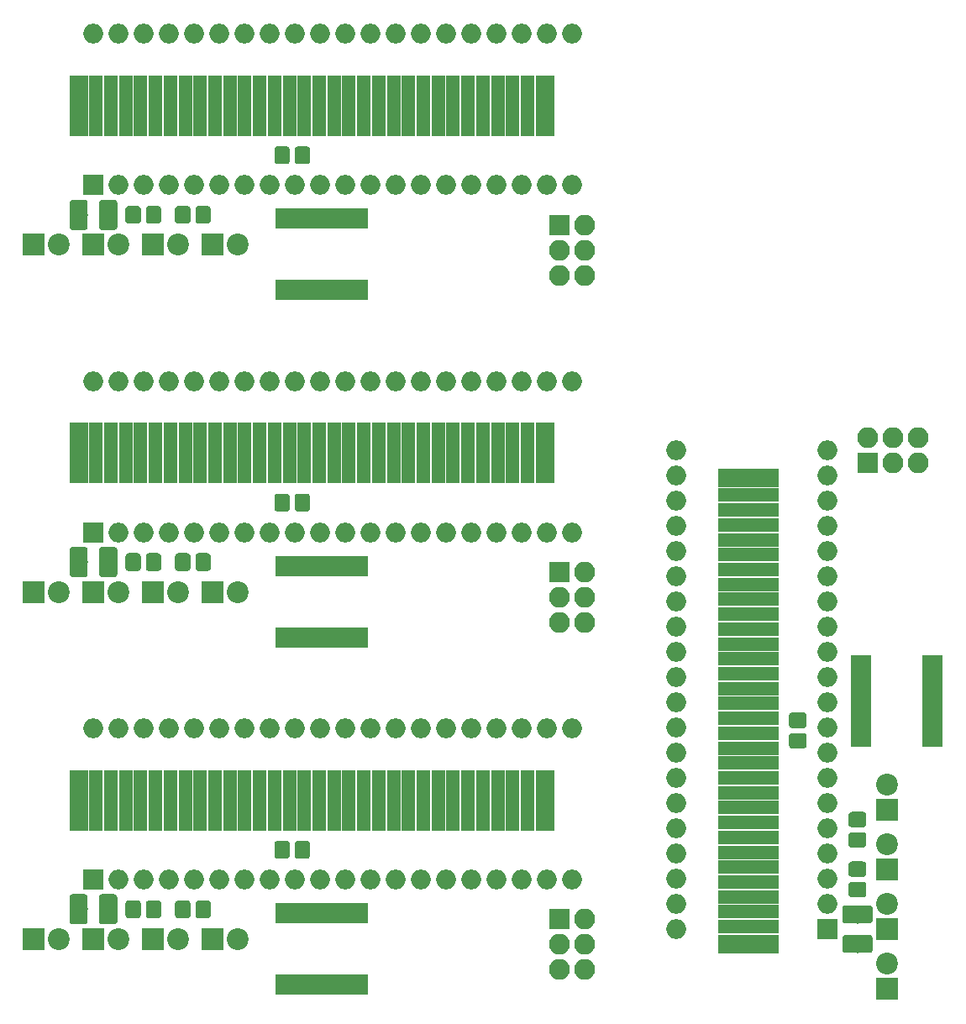
<source format=gbr>
G04 #@! TF.GenerationSoftware,KiCad,Pcbnew,(5.0.0)*
G04 #@! TF.CreationDate,2018-11-06T18:12:08+09:00*
G04 #@! TF.ProjectId,gb_cart_flash,67625F636172745F666C6173682E6B69,rev?*
G04 #@! TF.SameCoordinates,Original*
G04 #@! TF.FileFunction,Soldermask,Bot*
G04 #@! TF.FilePolarity,Negative*
%FSLAX46Y46*%
G04 Gerber Fmt 4.6, Leading zero omitted, Abs format (unit mm)*
G04 Created by KiCad (PCBNEW (5.0.0)) date 11/06/18 18:12:08*
%MOMM*%
%LPD*%
G01*
G04 APERTURE LIST*
%ADD10R,6.200000X1.900000*%
%ADD11R,6.200000X1.400000*%
%ADD12C,0.100000*%
%ADD13C,1.825000*%
%ADD14C,2.200000*%
%ADD15R,2.200000X2.200000*%
%ADD16C,1.550000*%
%ADD17O,2.000000X2.000000*%
%ADD18R,2.000000X2.000000*%
%ADD19R,2.150000X0.850000*%
%ADD20O,2.100000X2.100000*%
%ADD21R,2.100000X2.100000*%
%ADD22R,1.900000X6.200000*%
%ADD23R,1.400000X6.200000*%
%ADD24R,0.850000X2.150000*%
G04 APERTURE END LIST*
D10*
G04 #@! TO.C,J2*
X231000000Y-110500000D03*
D11*
X231000000Y-108750000D03*
X231000000Y-107250000D03*
X231000000Y-105750000D03*
X231000000Y-104250000D03*
X231000000Y-102750000D03*
X231000000Y-101250000D03*
X231000000Y-99750000D03*
X231000000Y-98250000D03*
X231000000Y-96750000D03*
X231000000Y-95250000D03*
X231000000Y-93750000D03*
X231000000Y-92250000D03*
X231000000Y-90750000D03*
X231000000Y-89250000D03*
X231000000Y-87750000D03*
X231000000Y-86250000D03*
X231000000Y-84750000D03*
X231000000Y-83250000D03*
X231000000Y-81750000D03*
X231000000Y-80250000D03*
X231000000Y-78750000D03*
X231000000Y-77250000D03*
X231000000Y-75750000D03*
X231000000Y-74250000D03*
X231000000Y-72750000D03*
X231000000Y-71250000D03*
X231000000Y-69750000D03*
X231000000Y-68250000D03*
X231000000Y-66750000D03*
X231000000Y-65250000D03*
D10*
X231000000Y-63500000D03*
G04 #@! TD*
D12*
G04 #@! TO.C,F1*
G36*
X243236207Y-109576542D02*
X243267287Y-109581152D01*
X243297766Y-109588787D01*
X243327350Y-109599372D01*
X243355754Y-109612806D01*
X243382704Y-109628959D01*
X243407942Y-109647677D01*
X243431223Y-109668777D01*
X243452323Y-109692058D01*
X243471041Y-109717296D01*
X243487194Y-109744246D01*
X243500628Y-109772650D01*
X243511213Y-109802234D01*
X243518848Y-109832713D01*
X243523458Y-109863793D01*
X243525000Y-109895176D01*
X243525000Y-111079824D01*
X243523458Y-111111207D01*
X243518848Y-111142287D01*
X243511213Y-111172766D01*
X243500628Y-111202350D01*
X243487194Y-111230754D01*
X243471041Y-111257704D01*
X243452323Y-111282942D01*
X243431223Y-111306223D01*
X243407942Y-111327323D01*
X243382704Y-111346041D01*
X243355754Y-111362194D01*
X243327350Y-111375628D01*
X243297766Y-111386213D01*
X243267287Y-111393848D01*
X243236207Y-111398458D01*
X243204824Y-111400000D01*
X240795176Y-111400000D01*
X240763793Y-111398458D01*
X240732713Y-111393848D01*
X240702234Y-111386213D01*
X240672650Y-111375628D01*
X240644246Y-111362194D01*
X240617296Y-111346041D01*
X240592058Y-111327323D01*
X240568777Y-111306223D01*
X240547677Y-111282942D01*
X240528959Y-111257704D01*
X240512806Y-111230754D01*
X240499372Y-111202350D01*
X240488787Y-111172766D01*
X240481152Y-111142287D01*
X240476542Y-111111207D01*
X240475000Y-111079824D01*
X240475000Y-109895176D01*
X240476542Y-109863793D01*
X240481152Y-109832713D01*
X240488787Y-109802234D01*
X240499372Y-109772650D01*
X240512806Y-109744246D01*
X240528959Y-109717296D01*
X240547677Y-109692058D01*
X240568777Y-109668777D01*
X240592058Y-109647677D01*
X240617296Y-109628959D01*
X240644246Y-109612806D01*
X240672650Y-109599372D01*
X240702234Y-109588787D01*
X240732713Y-109581152D01*
X240763793Y-109576542D01*
X240795176Y-109575000D01*
X243204824Y-109575000D01*
X243236207Y-109576542D01*
X243236207Y-109576542D01*
G37*
D13*
X242000000Y-110487500D03*
D12*
G36*
X243236207Y-106601542D02*
X243267287Y-106606152D01*
X243297766Y-106613787D01*
X243327350Y-106624372D01*
X243355754Y-106637806D01*
X243382704Y-106653959D01*
X243407942Y-106672677D01*
X243431223Y-106693777D01*
X243452323Y-106717058D01*
X243471041Y-106742296D01*
X243487194Y-106769246D01*
X243500628Y-106797650D01*
X243511213Y-106827234D01*
X243518848Y-106857713D01*
X243523458Y-106888793D01*
X243525000Y-106920176D01*
X243525000Y-108104824D01*
X243523458Y-108136207D01*
X243518848Y-108167287D01*
X243511213Y-108197766D01*
X243500628Y-108227350D01*
X243487194Y-108255754D01*
X243471041Y-108282704D01*
X243452323Y-108307942D01*
X243431223Y-108331223D01*
X243407942Y-108352323D01*
X243382704Y-108371041D01*
X243355754Y-108387194D01*
X243327350Y-108400628D01*
X243297766Y-108411213D01*
X243267287Y-108418848D01*
X243236207Y-108423458D01*
X243204824Y-108425000D01*
X240795176Y-108425000D01*
X240763793Y-108423458D01*
X240732713Y-108418848D01*
X240702234Y-108411213D01*
X240672650Y-108400628D01*
X240644246Y-108387194D01*
X240617296Y-108371041D01*
X240592058Y-108352323D01*
X240568777Y-108331223D01*
X240547677Y-108307942D01*
X240528959Y-108282704D01*
X240512806Y-108255754D01*
X240499372Y-108227350D01*
X240488787Y-108197766D01*
X240481152Y-108167287D01*
X240476542Y-108136207D01*
X240475000Y-108104824D01*
X240475000Y-106920176D01*
X240476542Y-106888793D01*
X240481152Y-106857713D01*
X240488787Y-106827234D01*
X240499372Y-106797650D01*
X240512806Y-106769246D01*
X240528959Y-106742296D01*
X240547677Y-106717058D01*
X240568777Y-106693777D01*
X240592058Y-106672677D01*
X240617296Y-106653959D01*
X240644246Y-106637806D01*
X240672650Y-106624372D01*
X240702234Y-106613787D01*
X240732713Y-106606152D01*
X240763793Y-106601542D01*
X240795176Y-106600000D01*
X243204824Y-106600000D01*
X243236207Y-106601542D01*
X243236207Y-106601542D01*
G37*
D13*
X242000000Y-107512500D03*
G04 #@! TD*
D14*
G04 #@! TO.C,D3*
X245000000Y-100460000D03*
D15*
X245000000Y-103000000D03*
G04 #@! TD*
D12*
G04 #@! TO.C,R1*
G36*
X236596071Y-87176623D02*
X236628781Y-87181475D01*
X236660857Y-87189509D01*
X236691991Y-87200649D01*
X236721884Y-87214787D01*
X236750247Y-87231787D01*
X236776807Y-87251485D01*
X236801308Y-87273692D01*
X236823515Y-87298193D01*
X236843213Y-87324753D01*
X236860213Y-87353116D01*
X236874351Y-87383009D01*
X236885491Y-87414143D01*
X236893525Y-87446219D01*
X236898377Y-87478929D01*
X236900000Y-87511956D01*
X236900000Y-88388044D01*
X236898377Y-88421071D01*
X236893525Y-88453781D01*
X236885491Y-88485857D01*
X236874351Y-88516991D01*
X236860213Y-88546884D01*
X236843213Y-88575247D01*
X236823515Y-88601807D01*
X236801308Y-88626308D01*
X236776807Y-88648515D01*
X236750247Y-88668213D01*
X236721884Y-88685213D01*
X236691991Y-88699351D01*
X236660857Y-88710491D01*
X236628781Y-88718525D01*
X236596071Y-88723377D01*
X236563044Y-88725000D01*
X235436956Y-88725000D01*
X235403929Y-88723377D01*
X235371219Y-88718525D01*
X235339143Y-88710491D01*
X235308009Y-88699351D01*
X235278116Y-88685213D01*
X235249753Y-88668213D01*
X235223193Y-88648515D01*
X235198692Y-88626308D01*
X235176485Y-88601807D01*
X235156787Y-88575247D01*
X235139787Y-88546884D01*
X235125649Y-88516991D01*
X235114509Y-88485857D01*
X235106475Y-88453781D01*
X235101623Y-88421071D01*
X235100000Y-88388044D01*
X235100000Y-87511956D01*
X235101623Y-87478929D01*
X235106475Y-87446219D01*
X235114509Y-87414143D01*
X235125649Y-87383009D01*
X235139787Y-87353116D01*
X235156787Y-87324753D01*
X235176485Y-87298193D01*
X235198692Y-87273692D01*
X235223193Y-87251485D01*
X235249753Y-87231787D01*
X235278116Y-87214787D01*
X235308009Y-87200649D01*
X235339143Y-87189509D01*
X235371219Y-87181475D01*
X235403929Y-87176623D01*
X235436956Y-87175000D01*
X236563044Y-87175000D01*
X236596071Y-87176623D01*
X236596071Y-87176623D01*
G37*
D16*
X236000000Y-87950000D03*
D12*
G36*
X236596071Y-89226623D02*
X236628781Y-89231475D01*
X236660857Y-89239509D01*
X236691991Y-89250649D01*
X236721884Y-89264787D01*
X236750247Y-89281787D01*
X236776807Y-89301485D01*
X236801308Y-89323692D01*
X236823515Y-89348193D01*
X236843213Y-89374753D01*
X236860213Y-89403116D01*
X236874351Y-89433009D01*
X236885491Y-89464143D01*
X236893525Y-89496219D01*
X236898377Y-89528929D01*
X236900000Y-89561956D01*
X236900000Y-90438044D01*
X236898377Y-90471071D01*
X236893525Y-90503781D01*
X236885491Y-90535857D01*
X236874351Y-90566991D01*
X236860213Y-90596884D01*
X236843213Y-90625247D01*
X236823515Y-90651807D01*
X236801308Y-90676308D01*
X236776807Y-90698515D01*
X236750247Y-90718213D01*
X236721884Y-90735213D01*
X236691991Y-90749351D01*
X236660857Y-90760491D01*
X236628781Y-90768525D01*
X236596071Y-90773377D01*
X236563044Y-90775000D01*
X235436956Y-90775000D01*
X235403929Y-90773377D01*
X235371219Y-90768525D01*
X235339143Y-90760491D01*
X235308009Y-90749351D01*
X235278116Y-90735213D01*
X235249753Y-90718213D01*
X235223193Y-90698515D01*
X235198692Y-90676308D01*
X235176485Y-90651807D01*
X235156787Y-90625247D01*
X235139787Y-90596884D01*
X235125649Y-90566991D01*
X235114509Y-90535857D01*
X235106475Y-90503781D01*
X235101623Y-90471071D01*
X235100000Y-90438044D01*
X235100000Y-89561956D01*
X235101623Y-89528929D01*
X235106475Y-89496219D01*
X235114509Y-89464143D01*
X235125649Y-89433009D01*
X235139787Y-89403116D01*
X235156787Y-89374753D01*
X235176485Y-89348193D01*
X235198692Y-89323692D01*
X235223193Y-89301485D01*
X235249753Y-89281787D01*
X235278116Y-89264787D01*
X235308009Y-89250649D01*
X235339143Y-89239509D01*
X235371219Y-89231475D01*
X235403929Y-89226623D01*
X235436956Y-89225000D01*
X236563044Y-89225000D01*
X236596071Y-89226623D01*
X236596071Y-89226623D01*
G37*
D16*
X236000000Y-90000000D03*
G04 #@! TD*
D17*
G04 #@! TO.C,U1*
X223760000Y-109000000D03*
X239000000Y-60740000D03*
X223760000Y-106460000D03*
X239000000Y-63280000D03*
X223760000Y-103920000D03*
X239000000Y-65820000D03*
X223760000Y-101380000D03*
X239000000Y-68360000D03*
X223760000Y-98840000D03*
X239000000Y-70900000D03*
X223760000Y-96300000D03*
X239000000Y-73440000D03*
X223760000Y-93760000D03*
X239000000Y-75980000D03*
X223760000Y-91220000D03*
X239000000Y-78520000D03*
X223760000Y-88680000D03*
X239000000Y-81060000D03*
X223760000Y-86140000D03*
X239000000Y-83600000D03*
X223760000Y-83600000D03*
X239000000Y-86140000D03*
X223760000Y-81060000D03*
X239000000Y-88680000D03*
X223760000Y-78520000D03*
X239000000Y-91220000D03*
X223760000Y-75980000D03*
X239000000Y-93760000D03*
X223760000Y-73440000D03*
X239000000Y-96300000D03*
X223760000Y-70900000D03*
X239000000Y-98840000D03*
X223760000Y-68360000D03*
X239000000Y-101380000D03*
X223760000Y-65820000D03*
X239000000Y-103920000D03*
X223760000Y-63280000D03*
X239000000Y-106460000D03*
X223760000Y-60740000D03*
D18*
X239000000Y-109000000D03*
G04 #@! TD*
D15*
G04 #@! TO.C,D4*
X245000000Y-97000000D03*
D14*
X245000000Y-94460000D03*
G04 #@! TD*
D19*
G04 #@! TO.C,U2*
X249600000Y-90225000D03*
X249600000Y-89575000D03*
X249600000Y-88925000D03*
X249600000Y-88275000D03*
X249600000Y-87625000D03*
X249600000Y-86975000D03*
X249600000Y-86325000D03*
X249600000Y-85675000D03*
X249600000Y-85025000D03*
X249600000Y-84375000D03*
X249600000Y-83725000D03*
X249600000Y-83075000D03*
X249600000Y-82425000D03*
X249600000Y-81775000D03*
X242400000Y-81775000D03*
X242400000Y-82425000D03*
X242400000Y-83075000D03*
X242400000Y-83725000D03*
X242400000Y-84375000D03*
X242400000Y-85025000D03*
X242400000Y-85675000D03*
X242400000Y-86325000D03*
X242400000Y-86975000D03*
X242400000Y-87625000D03*
X242400000Y-88275000D03*
X242400000Y-88925000D03*
X242400000Y-89575000D03*
X242400000Y-90225000D03*
G04 #@! TD*
D12*
G04 #@! TO.C,C5*
G36*
X242596071Y-102176623D02*
X242628781Y-102181475D01*
X242660857Y-102189509D01*
X242691991Y-102200649D01*
X242721884Y-102214787D01*
X242750247Y-102231787D01*
X242776807Y-102251485D01*
X242801308Y-102273692D01*
X242823515Y-102298193D01*
X242843213Y-102324753D01*
X242860213Y-102353116D01*
X242874351Y-102383009D01*
X242885491Y-102414143D01*
X242893525Y-102446219D01*
X242898377Y-102478929D01*
X242900000Y-102511956D01*
X242900000Y-103388044D01*
X242898377Y-103421071D01*
X242893525Y-103453781D01*
X242885491Y-103485857D01*
X242874351Y-103516991D01*
X242860213Y-103546884D01*
X242843213Y-103575247D01*
X242823515Y-103601807D01*
X242801308Y-103626308D01*
X242776807Y-103648515D01*
X242750247Y-103668213D01*
X242721884Y-103685213D01*
X242691991Y-103699351D01*
X242660857Y-103710491D01*
X242628781Y-103718525D01*
X242596071Y-103723377D01*
X242563044Y-103725000D01*
X241436956Y-103725000D01*
X241403929Y-103723377D01*
X241371219Y-103718525D01*
X241339143Y-103710491D01*
X241308009Y-103699351D01*
X241278116Y-103685213D01*
X241249753Y-103668213D01*
X241223193Y-103648515D01*
X241198692Y-103626308D01*
X241176485Y-103601807D01*
X241156787Y-103575247D01*
X241139787Y-103546884D01*
X241125649Y-103516991D01*
X241114509Y-103485857D01*
X241106475Y-103453781D01*
X241101623Y-103421071D01*
X241100000Y-103388044D01*
X241100000Y-102511956D01*
X241101623Y-102478929D01*
X241106475Y-102446219D01*
X241114509Y-102414143D01*
X241125649Y-102383009D01*
X241139787Y-102353116D01*
X241156787Y-102324753D01*
X241176485Y-102298193D01*
X241198692Y-102273692D01*
X241223193Y-102251485D01*
X241249753Y-102231787D01*
X241278116Y-102214787D01*
X241308009Y-102200649D01*
X241339143Y-102189509D01*
X241371219Y-102181475D01*
X241403929Y-102176623D01*
X241436956Y-102175000D01*
X242563044Y-102175000D01*
X242596071Y-102176623D01*
X242596071Y-102176623D01*
G37*
D16*
X242000000Y-102950000D03*
D12*
G36*
X242596071Y-104226623D02*
X242628781Y-104231475D01*
X242660857Y-104239509D01*
X242691991Y-104250649D01*
X242721884Y-104264787D01*
X242750247Y-104281787D01*
X242776807Y-104301485D01*
X242801308Y-104323692D01*
X242823515Y-104348193D01*
X242843213Y-104374753D01*
X242860213Y-104403116D01*
X242874351Y-104433009D01*
X242885491Y-104464143D01*
X242893525Y-104496219D01*
X242898377Y-104528929D01*
X242900000Y-104561956D01*
X242900000Y-105438044D01*
X242898377Y-105471071D01*
X242893525Y-105503781D01*
X242885491Y-105535857D01*
X242874351Y-105566991D01*
X242860213Y-105596884D01*
X242843213Y-105625247D01*
X242823515Y-105651807D01*
X242801308Y-105676308D01*
X242776807Y-105698515D01*
X242750247Y-105718213D01*
X242721884Y-105735213D01*
X242691991Y-105749351D01*
X242660857Y-105760491D01*
X242628781Y-105768525D01*
X242596071Y-105773377D01*
X242563044Y-105775000D01*
X241436956Y-105775000D01*
X241403929Y-105773377D01*
X241371219Y-105768525D01*
X241339143Y-105760491D01*
X241308009Y-105749351D01*
X241278116Y-105735213D01*
X241249753Y-105718213D01*
X241223193Y-105698515D01*
X241198692Y-105676308D01*
X241176485Y-105651807D01*
X241156787Y-105625247D01*
X241139787Y-105596884D01*
X241125649Y-105566991D01*
X241114509Y-105535857D01*
X241106475Y-105503781D01*
X241101623Y-105471071D01*
X241100000Y-105438044D01*
X241100000Y-104561956D01*
X241101623Y-104528929D01*
X241106475Y-104496219D01*
X241114509Y-104464143D01*
X241125649Y-104433009D01*
X241139787Y-104403116D01*
X241156787Y-104374753D01*
X241176485Y-104348193D01*
X241198692Y-104323692D01*
X241223193Y-104301485D01*
X241249753Y-104281787D01*
X241278116Y-104264787D01*
X241308009Y-104250649D01*
X241339143Y-104239509D01*
X241371219Y-104231475D01*
X241403929Y-104226623D01*
X241436956Y-104225000D01*
X242563044Y-104225000D01*
X242596071Y-104226623D01*
X242596071Y-104226623D01*
G37*
D16*
X242000000Y-105000000D03*
G04 #@! TD*
D14*
G04 #@! TO.C,D1*
X245000000Y-112460000D03*
D15*
X245000000Y-115000000D03*
G04 #@! TD*
G04 #@! TO.C,D2*
X245000000Y-109000000D03*
D14*
X245000000Y-106460000D03*
G04 #@! TD*
D20*
G04 #@! TO.C,J3*
X248080000Y-59460000D03*
X248080000Y-62000000D03*
X245540000Y-59460000D03*
X245540000Y-62000000D03*
X243000000Y-59460000D03*
D21*
X243000000Y-62000000D03*
G04 #@! TD*
D12*
G04 #@! TO.C,C4*
G36*
X242596071Y-97176623D02*
X242628781Y-97181475D01*
X242660857Y-97189509D01*
X242691991Y-97200649D01*
X242721884Y-97214787D01*
X242750247Y-97231787D01*
X242776807Y-97251485D01*
X242801308Y-97273692D01*
X242823515Y-97298193D01*
X242843213Y-97324753D01*
X242860213Y-97353116D01*
X242874351Y-97383009D01*
X242885491Y-97414143D01*
X242893525Y-97446219D01*
X242898377Y-97478929D01*
X242900000Y-97511956D01*
X242900000Y-98388044D01*
X242898377Y-98421071D01*
X242893525Y-98453781D01*
X242885491Y-98485857D01*
X242874351Y-98516991D01*
X242860213Y-98546884D01*
X242843213Y-98575247D01*
X242823515Y-98601807D01*
X242801308Y-98626308D01*
X242776807Y-98648515D01*
X242750247Y-98668213D01*
X242721884Y-98685213D01*
X242691991Y-98699351D01*
X242660857Y-98710491D01*
X242628781Y-98718525D01*
X242596071Y-98723377D01*
X242563044Y-98725000D01*
X241436956Y-98725000D01*
X241403929Y-98723377D01*
X241371219Y-98718525D01*
X241339143Y-98710491D01*
X241308009Y-98699351D01*
X241278116Y-98685213D01*
X241249753Y-98668213D01*
X241223193Y-98648515D01*
X241198692Y-98626308D01*
X241176485Y-98601807D01*
X241156787Y-98575247D01*
X241139787Y-98546884D01*
X241125649Y-98516991D01*
X241114509Y-98485857D01*
X241106475Y-98453781D01*
X241101623Y-98421071D01*
X241100000Y-98388044D01*
X241100000Y-97511956D01*
X241101623Y-97478929D01*
X241106475Y-97446219D01*
X241114509Y-97414143D01*
X241125649Y-97383009D01*
X241139787Y-97353116D01*
X241156787Y-97324753D01*
X241176485Y-97298193D01*
X241198692Y-97273692D01*
X241223193Y-97251485D01*
X241249753Y-97231787D01*
X241278116Y-97214787D01*
X241308009Y-97200649D01*
X241339143Y-97189509D01*
X241371219Y-97181475D01*
X241403929Y-97176623D01*
X241436956Y-97175000D01*
X242563044Y-97175000D01*
X242596071Y-97176623D01*
X242596071Y-97176623D01*
G37*
D16*
X242000000Y-97950000D03*
D12*
G36*
X242596071Y-99226623D02*
X242628781Y-99231475D01*
X242660857Y-99239509D01*
X242691991Y-99250649D01*
X242721884Y-99264787D01*
X242750247Y-99281787D01*
X242776807Y-99301485D01*
X242801308Y-99323692D01*
X242823515Y-99348193D01*
X242843213Y-99374753D01*
X242860213Y-99403116D01*
X242874351Y-99433009D01*
X242885491Y-99464143D01*
X242893525Y-99496219D01*
X242898377Y-99528929D01*
X242900000Y-99561956D01*
X242900000Y-100438044D01*
X242898377Y-100471071D01*
X242893525Y-100503781D01*
X242885491Y-100535857D01*
X242874351Y-100566991D01*
X242860213Y-100596884D01*
X242843213Y-100625247D01*
X242823515Y-100651807D01*
X242801308Y-100676308D01*
X242776807Y-100698515D01*
X242750247Y-100718213D01*
X242721884Y-100735213D01*
X242691991Y-100749351D01*
X242660857Y-100760491D01*
X242628781Y-100768525D01*
X242596071Y-100773377D01*
X242563044Y-100775000D01*
X241436956Y-100775000D01*
X241403929Y-100773377D01*
X241371219Y-100768525D01*
X241339143Y-100760491D01*
X241308009Y-100749351D01*
X241278116Y-100735213D01*
X241249753Y-100718213D01*
X241223193Y-100698515D01*
X241198692Y-100676308D01*
X241176485Y-100651807D01*
X241156787Y-100625247D01*
X241139787Y-100596884D01*
X241125649Y-100566991D01*
X241114509Y-100535857D01*
X241106475Y-100503781D01*
X241101623Y-100471071D01*
X241100000Y-100438044D01*
X241100000Y-99561956D01*
X241101623Y-99528929D01*
X241106475Y-99496219D01*
X241114509Y-99464143D01*
X241125649Y-99433009D01*
X241139787Y-99403116D01*
X241156787Y-99374753D01*
X241176485Y-99348193D01*
X241198692Y-99323692D01*
X241223193Y-99301485D01*
X241249753Y-99281787D01*
X241278116Y-99264787D01*
X241308009Y-99250649D01*
X241339143Y-99239509D01*
X241371219Y-99231475D01*
X241403929Y-99226623D01*
X241436956Y-99225000D01*
X242563044Y-99225000D01*
X242596071Y-99226623D01*
X242596071Y-99226623D01*
G37*
D16*
X242000000Y-100000000D03*
G04 #@! TD*
D22*
G04 #@! TO.C,J2*
X163500000Y-26000000D03*
D23*
X165250000Y-26000000D03*
X166750000Y-26000000D03*
X168250000Y-26000000D03*
X169750000Y-26000000D03*
X171250000Y-26000000D03*
X172750000Y-26000000D03*
X174250000Y-26000000D03*
X175750000Y-26000000D03*
X177250000Y-26000000D03*
X178750000Y-26000000D03*
X180250000Y-26000000D03*
X181750000Y-26000000D03*
X183250000Y-26000000D03*
X184750000Y-26000000D03*
X186250000Y-26000000D03*
X187750000Y-26000000D03*
X189250000Y-26000000D03*
X190750000Y-26000000D03*
X192250000Y-26000000D03*
X193750000Y-26000000D03*
X195250000Y-26000000D03*
X196750000Y-26000000D03*
X198250000Y-26000000D03*
X199750000Y-26000000D03*
X201250000Y-26000000D03*
X202750000Y-26000000D03*
X204250000Y-26000000D03*
X205750000Y-26000000D03*
X207250000Y-26000000D03*
X208750000Y-26000000D03*
D22*
X210500000Y-26000000D03*
G04 #@! TD*
D12*
G04 #@! TO.C,F1*
G36*
X164136207Y-35476542D02*
X164167287Y-35481152D01*
X164197766Y-35488787D01*
X164227350Y-35499372D01*
X164255754Y-35512806D01*
X164282704Y-35528959D01*
X164307942Y-35547677D01*
X164331223Y-35568777D01*
X164352323Y-35592058D01*
X164371041Y-35617296D01*
X164387194Y-35644246D01*
X164400628Y-35672650D01*
X164411213Y-35702234D01*
X164418848Y-35732713D01*
X164423458Y-35763793D01*
X164425000Y-35795176D01*
X164425000Y-38204824D01*
X164423458Y-38236207D01*
X164418848Y-38267287D01*
X164411213Y-38297766D01*
X164400628Y-38327350D01*
X164387194Y-38355754D01*
X164371041Y-38382704D01*
X164352323Y-38407942D01*
X164331223Y-38431223D01*
X164307942Y-38452323D01*
X164282704Y-38471041D01*
X164255754Y-38487194D01*
X164227350Y-38500628D01*
X164197766Y-38511213D01*
X164167287Y-38518848D01*
X164136207Y-38523458D01*
X164104824Y-38525000D01*
X162920176Y-38525000D01*
X162888793Y-38523458D01*
X162857713Y-38518848D01*
X162827234Y-38511213D01*
X162797650Y-38500628D01*
X162769246Y-38487194D01*
X162742296Y-38471041D01*
X162717058Y-38452323D01*
X162693777Y-38431223D01*
X162672677Y-38407942D01*
X162653959Y-38382704D01*
X162637806Y-38355754D01*
X162624372Y-38327350D01*
X162613787Y-38297766D01*
X162606152Y-38267287D01*
X162601542Y-38236207D01*
X162600000Y-38204824D01*
X162600000Y-35795176D01*
X162601542Y-35763793D01*
X162606152Y-35732713D01*
X162613787Y-35702234D01*
X162624372Y-35672650D01*
X162637806Y-35644246D01*
X162653959Y-35617296D01*
X162672677Y-35592058D01*
X162693777Y-35568777D01*
X162717058Y-35547677D01*
X162742296Y-35528959D01*
X162769246Y-35512806D01*
X162797650Y-35499372D01*
X162827234Y-35488787D01*
X162857713Y-35481152D01*
X162888793Y-35476542D01*
X162920176Y-35475000D01*
X164104824Y-35475000D01*
X164136207Y-35476542D01*
X164136207Y-35476542D01*
G37*
D13*
X163512500Y-37000000D03*
D12*
G36*
X167111207Y-35476542D02*
X167142287Y-35481152D01*
X167172766Y-35488787D01*
X167202350Y-35499372D01*
X167230754Y-35512806D01*
X167257704Y-35528959D01*
X167282942Y-35547677D01*
X167306223Y-35568777D01*
X167327323Y-35592058D01*
X167346041Y-35617296D01*
X167362194Y-35644246D01*
X167375628Y-35672650D01*
X167386213Y-35702234D01*
X167393848Y-35732713D01*
X167398458Y-35763793D01*
X167400000Y-35795176D01*
X167400000Y-38204824D01*
X167398458Y-38236207D01*
X167393848Y-38267287D01*
X167386213Y-38297766D01*
X167375628Y-38327350D01*
X167362194Y-38355754D01*
X167346041Y-38382704D01*
X167327323Y-38407942D01*
X167306223Y-38431223D01*
X167282942Y-38452323D01*
X167257704Y-38471041D01*
X167230754Y-38487194D01*
X167202350Y-38500628D01*
X167172766Y-38511213D01*
X167142287Y-38518848D01*
X167111207Y-38523458D01*
X167079824Y-38525000D01*
X165895176Y-38525000D01*
X165863793Y-38523458D01*
X165832713Y-38518848D01*
X165802234Y-38511213D01*
X165772650Y-38500628D01*
X165744246Y-38487194D01*
X165717296Y-38471041D01*
X165692058Y-38452323D01*
X165668777Y-38431223D01*
X165647677Y-38407942D01*
X165628959Y-38382704D01*
X165612806Y-38355754D01*
X165599372Y-38327350D01*
X165588787Y-38297766D01*
X165581152Y-38267287D01*
X165576542Y-38236207D01*
X165575000Y-38204824D01*
X165575000Y-35795176D01*
X165576542Y-35763793D01*
X165581152Y-35732713D01*
X165588787Y-35702234D01*
X165599372Y-35672650D01*
X165612806Y-35644246D01*
X165628959Y-35617296D01*
X165647677Y-35592058D01*
X165668777Y-35568777D01*
X165692058Y-35547677D01*
X165717296Y-35528959D01*
X165744246Y-35512806D01*
X165772650Y-35499372D01*
X165802234Y-35488787D01*
X165832713Y-35481152D01*
X165863793Y-35476542D01*
X165895176Y-35475000D01*
X167079824Y-35475000D01*
X167111207Y-35476542D01*
X167111207Y-35476542D01*
G37*
D13*
X166487500Y-37000000D03*
G04 #@! TD*
D14*
G04 #@! TO.C,D3*
X173540000Y-40000000D03*
D15*
X171000000Y-40000000D03*
G04 #@! TD*
D12*
G04 #@! TO.C,R1*
G36*
X186521071Y-30101623D02*
X186553781Y-30106475D01*
X186585857Y-30114509D01*
X186616991Y-30125649D01*
X186646884Y-30139787D01*
X186675247Y-30156787D01*
X186701807Y-30176485D01*
X186726308Y-30198692D01*
X186748515Y-30223193D01*
X186768213Y-30249753D01*
X186785213Y-30278116D01*
X186799351Y-30308009D01*
X186810491Y-30339143D01*
X186818525Y-30371219D01*
X186823377Y-30403929D01*
X186825000Y-30436956D01*
X186825000Y-31563044D01*
X186823377Y-31596071D01*
X186818525Y-31628781D01*
X186810491Y-31660857D01*
X186799351Y-31691991D01*
X186785213Y-31721884D01*
X186768213Y-31750247D01*
X186748515Y-31776807D01*
X186726308Y-31801308D01*
X186701807Y-31823515D01*
X186675247Y-31843213D01*
X186646884Y-31860213D01*
X186616991Y-31874351D01*
X186585857Y-31885491D01*
X186553781Y-31893525D01*
X186521071Y-31898377D01*
X186488044Y-31900000D01*
X185611956Y-31900000D01*
X185578929Y-31898377D01*
X185546219Y-31893525D01*
X185514143Y-31885491D01*
X185483009Y-31874351D01*
X185453116Y-31860213D01*
X185424753Y-31843213D01*
X185398193Y-31823515D01*
X185373692Y-31801308D01*
X185351485Y-31776807D01*
X185331787Y-31750247D01*
X185314787Y-31721884D01*
X185300649Y-31691991D01*
X185289509Y-31660857D01*
X185281475Y-31628781D01*
X185276623Y-31596071D01*
X185275000Y-31563044D01*
X185275000Y-30436956D01*
X185276623Y-30403929D01*
X185281475Y-30371219D01*
X185289509Y-30339143D01*
X185300649Y-30308009D01*
X185314787Y-30278116D01*
X185331787Y-30249753D01*
X185351485Y-30223193D01*
X185373692Y-30198692D01*
X185398193Y-30176485D01*
X185424753Y-30156787D01*
X185453116Y-30139787D01*
X185483009Y-30125649D01*
X185514143Y-30114509D01*
X185546219Y-30106475D01*
X185578929Y-30101623D01*
X185611956Y-30100000D01*
X186488044Y-30100000D01*
X186521071Y-30101623D01*
X186521071Y-30101623D01*
G37*
D16*
X186050000Y-31000000D03*
D12*
G36*
X184471071Y-30101623D02*
X184503781Y-30106475D01*
X184535857Y-30114509D01*
X184566991Y-30125649D01*
X184596884Y-30139787D01*
X184625247Y-30156787D01*
X184651807Y-30176485D01*
X184676308Y-30198692D01*
X184698515Y-30223193D01*
X184718213Y-30249753D01*
X184735213Y-30278116D01*
X184749351Y-30308009D01*
X184760491Y-30339143D01*
X184768525Y-30371219D01*
X184773377Y-30403929D01*
X184775000Y-30436956D01*
X184775000Y-31563044D01*
X184773377Y-31596071D01*
X184768525Y-31628781D01*
X184760491Y-31660857D01*
X184749351Y-31691991D01*
X184735213Y-31721884D01*
X184718213Y-31750247D01*
X184698515Y-31776807D01*
X184676308Y-31801308D01*
X184651807Y-31823515D01*
X184625247Y-31843213D01*
X184596884Y-31860213D01*
X184566991Y-31874351D01*
X184535857Y-31885491D01*
X184503781Y-31893525D01*
X184471071Y-31898377D01*
X184438044Y-31900000D01*
X183561956Y-31900000D01*
X183528929Y-31898377D01*
X183496219Y-31893525D01*
X183464143Y-31885491D01*
X183433009Y-31874351D01*
X183403116Y-31860213D01*
X183374753Y-31843213D01*
X183348193Y-31823515D01*
X183323692Y-31801308D01*
X183301485Y-31776807D01*
X183281787Y-31750247D01*
X183264787Y-31721884D01*
X183250649Y-31691991D01*
X183239509Y-31660857D01*
X183231475Y-31628781D01*
X183226623Y-31596071D01*
X183225000Y-31563044D01*
X183225000Y-30436956D01*
X183226623Y-30403929D01*
X183231475Y-30371219D01*
X183239509Y-30339143D01*
X183250649Y-30308009D01*
X183264787Y-30278116D01*
X183281787Y-30249753D01*
X183301485Y-30223193D01*
X183323692Y-30198692D01*
X183348193Y-30176485D01*
X183374753Y-30156787D01*
X183403116Y-30139787D01*
X183433009Y-30125649D01*
X183464143Y-30114509D01*
X183496219Y-30106475D01*
X183528929Y-30101623D01*
X183561956Y-30100000D01*
X184438044Y-30100000D01*
X184471071Y-30101623D01*
X184471071Y-30101623D01*
G37*
D16*
X184000000Y-31000000D03*
G04 #@! TD*
D17*
G04 #@! TO.C,U1*
X165000000Y-18760000D03*
X213260000Y-34000000D03*
X167540000Y-18760000D03*
X210720000Y-34000000D03*
X170080000Y-18760000D03*
X208180000Y-34000000D03*
X172620000Y-18760000D03*
X205640000Y-34000000D03*
X175160000Y-18760000D03*
X203100000Y-34000000D03*
X177700000Y-18760000D03*
X200560000Y-34000000D03*
X180240000Y-18760000D03*
X198020000Y-34000000D03*
X182780000Y-18760000D03*
X195480000Y-34000000D03*
X185320000Y-18760000D03*
X192940000Y-34000000D03*
X187860000Y-18760000D03*
X190400000Y-34000000D03*
X190400000Y-18760000D03*
X187860000Y-34000000D03*
X192940000Y-18760000D03*
X185320000Y-34000000D03*
X195480000Y-18760000D03*
X182780000Y-34000000D03*
X198020000Y-18760000D03*
X180240000Y-34000000D03*
X200560000Y-18760000D03*
X177700000Y-34000000D03*
X203100000Y-18760000D03*
X175160000Y-34000000D03*
X205640000Y-18760000D03*
X172620000Y-34000000D03*
X208180000Y-18760000D03*
X170080000Y-34000000D03*
X210720000Y-18760000D03*
X167540000Y-34000000D03*
X213260000Y-18760000D03*
D18*
X165000000Y-34000000D03*
G04 #@! TD*
D15*
G04 #@! TO.C,D4*
X177000000Y-40000000D03*
D14*
X179540000Y-40000000D03*
G04 #@! TD*
D24*
G04 #@! TO.C,U2*
X183775000Y-44600000D03*
X184425000Y-44600000D03*
X185075000Y-44600000D03*
X185725000Y-44600000D03*
X186375000Y-44600000D03*
X187025000Y-44600000D03*
X187675000Y-44600000D03*
X188325000Y-44600000D03*
X188975000Y-44600000D03*
X189625000Y-44600000D03*
X190275000Y-44600000D03*
X190925000Y-44600000D03*
X191575000Y-44600000D03*
X192225000Y-44600000D03*
X192225000Y-37400000D03*
X191575000Y-37400000D03*
X190925000Y-37400000D03*
X190275000Y-37400000D03*
X189625000Y-37400000D03*
X188975000Y-37400000D03*
X188325000Y-37400000D03*
X187675000Y-37400000D03*
X187025000Y-37400000D03*
X186375000Y-37400000D03*
X185725000Y-37400000D03*
X185075000Y-37400000D03*
X184425000Y-37400000D03*
X183775000Y-37400000D03*
G04 #@! TD*
D12*
G04 #@! TO.C,C5*
G36*
X171521071Y-36101623D02*
X171553781Y-36106475D01*
X171585857Y-36114509D01*
X171616991Y-36125649D01*
X171646884Y-36139787D01*
X171675247Y-36156787D01*
X171701807Y-36176485D01*
X171726308Y-36198692D01*
X171748515Y-36223193D01*
X171768213Y-36249753D01*
X171785213Y-36278116D01*
X171799351Y-36308009D01*
X171810491Y-36339143D01*
X171818525Y-36371219D01*
X171823377Y-36403929D01*
X171825000Y-36436956D01*
X171825000Y-37563044D01*
X171823377Y-37596071D01*
X171818525Y-37628781D01*
X171810491Y-37660857D01*
X171799351Y-37691991D01*
X171785213Y-37721884D01*
X171768213Y-37750247D01*
X171748515Y-37776807D01*
X171726308Y-37801308D01*
X171701807Y-37823515D01*
X171675247Y-37843213D01*
X171646884Y-37860213D01*
X171616991Y-37874351D01*
X171585857Y-37885491D01*
X171553781Y-37893525D01*
X171521071Y-37898377D01*
X171488044Y-37900000D01*
X170611956Y-37900000D01*
X170578929Y-37898377D01*
X170546219Y-37893525D01*
X170514143Y-37885491D01*
X170483009Y-37874351D01*
X170453116Y-37860213D01*
X170424753Y-37843213D01*
X170398193Y-37823515D01*
X170373692Y-37801308D01*
X170351485Y-37776807D01*
X170331787Y-37750247D01*
X170314787Y-37721884D01*
X170300649Y-37691991D01*
X170289509Y-37660857D01*
X170281475Y-37628781D01*
X170276623Y-37596071D01*
X170275000Y-37563044D01*
X170275000Y-36436956D01*
X170276623Y-36403929D01*
X170281475Y-36371219D01*
X170289509Y-36339143D01*
X170300649Y-36308009D01*
X170314787Y-36278116D01*
X170331787Y-36249753D01*
X170351485Y-36223193D01*
X170373692Y-36198692D01*
X170398193Y-36176485D01*
X170424753Y-36156787D01*
X170453116Y-36139787D01*
X170483009Y-36125649D01*
X170514143Y-36114509D01*
X170546219Y-36106475D01*
X170578929Y-36101623D01*
X170611956Y-36100000D01*
X171488044Y-36100000D01*
X171521071Y-36101623D01*
X171521071Y-36101623D01*
G37*
D16*
X171050000Y-37000000D03*
D12*
G36*
X169471071Y-36101623D02*
X169503781Y-36106475D01*
X169535857Y-36114509D01*
X169566991Y-36125649D01*
X169596884Y-36139787D01*
X169625247Y-36156787D01*
X169651807Y-36176485D01*
X169676308Y-36198692D01*
X169698515Y-36223193D01*
X169718213Y-36249753D01*
X169735213Y-36278116D01*
X169749351Y-36308009D01*
X169760491Y-36339143D01*
X169768525Y-36371219D01*
X169773377Y-36403929D01*
X169775000Y-36436956D01*
X169775000Y-37563044D01*
X169773377Y-37596071D01*
X169768525Y-37628781D01*
X169760491Y-37660857D01*
X169749351Y-37691991D01*
X169735213Y-37721884D01*
X169718213Y-37750247D01*
X169698515Y-37776807D01*
X169676308Y-37801308D01*
X169651807Y-37823515D01*
X169625247Y-37843213D01*
X169596884Y-37860213D01*
X169566991Y-37874351D01*
X169535857Y-37885491D01*
X169503781Y-37893525D01*
X169471071Y-37898377D01*
X169438044Y-37900000D01*
X168561956Y-37900000D01*
X168528929Y-37898377D01*
X168496219Y-37893525D01*
X168464143Y-37885491D01*
X168433009Y-37874351D01*
X168403116Y-37860213D01*
X168374753Y-37843213D01*
X168348193Y-37823515D01*
X168323692Y-37801308D01*
X168301485Y-37776807D01*
X168281787Y-37750247D01*
X168264787Y-37721884D01*
X168250649Y-37691991D01*
X168239509Y-37660857D01*
X168231475Y-37628781D01*
X168226623Y-37596071D01*
X168225000Y-37563044D01*
X168225000Y-36436956D01*
X168226623Y-36403929D01*
X168231475Y-36371219D01*
X168239509Y-36339143D01*
X168250649Y-36308009D01*
X168264787Y-36278116D01*
X168281787Y-36249753D01*
X168301485Y-36223193D01*
X168323692Y-36198692D01*
X168348193Y-36176485D01*
X168374753Y-36156787D01*
X168403116Y-36139787D01*
X168433009Y-36125649D01*
X168464143Y-36114509D01*
X168496219Y-36106475D01*
X168528929Y-36101623D01*
X168561956Y-36100000D01*
X169438044Y-36100000D01*
X169471071Y-36101623D01*
X169471071Y-36101623D01*
G37*
D16*
X169000000Y-37000000D03*
G04 #@! TD*
D14*
G04 #@! TO.C,D1*
X161540000Y-40000000D03*
D15*
X159000000Y-40000000D03*
G04 #@! TD*
G04 #@! TO.C,D2*
X165000000Y-40000000D03*
D14*
X167540000Y-40000000D03*
G04 #@! TD*
D20*
G04 #@! TO.C,J3*
X214540000Y-43080000D03*
X212000000Y-43080000D03*
X214540000Y-40540000D03*
X212000000Y-40540000D03*
X214540000Y-38000000D03*
D21*
X212000000Y-38000000D03*
G04 #@! TD*
D12*
G04 #@! TO.C,C4*
G36*
X176521071Y-36101623D02*
X176553781Y-36106475D01*
X176585857Y-36114509D01*
X176616991Y-36125649D01*
X176646884Y-36139787D01*
X176675247Y-36156787D01*
X176701807Y-36176485D01*
X176726308Y-36198692D01*
X176748515Y-36223193D01*
X176768213Y-36249753D01*
X176785213Y-36278116D01*
X176799351Y-36308009D01*
X176810491Y-36339143D01*
X176818525Y-36371219D01*
X176823377Y-36403929D01*
X176825000Y-36436956D01*
X176825000Y-37563044D01*
X176823377Y-37596071D01*
X176818525Y-37628781D01*
X176810491Y-37660857D01*
X176799351Y-37691991D01*
X176785213Y-37721884D01*
X176768213Y-37750247D01*
X176748515Y-37776807D01*
X176726308Y-37801308D01*
X176701807Y-37823515D01*
X176675247Y-37843213D01*
X176646884Y-37860213D01*
X176616991Y-37874351D01*
X176585857Y-37885491D01*
X176553781Y-37893525D01*
X176521071Y-37898377D01*
X176488044Y-37900000D01*
X175611956Y-37900000D01*
X175578929Y-37898377D01*
X175546219Y-37893525D01*
X175514143Y-37885491D01*
X175483009Y-37874351D01*
X175453116Y-37860213D01*
X175424753Y-37843213D01*
X175398193Y-37823515D01*
X175373692Y-37801308D01*
X175351485Y-37776807D01*
X175331787Y-37750247D01*
X175314787Y-37721884D01*
X175300649Y-37691991D01*
X175289509Y-37660857D01*
X175281475Y-37628781D01*
X175276623Y-37596071D01*
X175275000Y-37563044D01*
X175275000Y-36436956D01*
X175276623Y-36403929D01*
X175281475Y-36371219D01*
X175289509Y-36339143D01*
X175300649Y-36308009D01*
X175314787Y-36278116D01*
X175331787Y-36249753D01*
X175351485Y-36223193D01*
X175373692Y-36198692D01*
X175398193Y-36176485D01*
X175424753Y-36156787D01*
X175453116Y-36139787D01*
X175483009Y-36125649D01*
X175514143Y-36114509D01*
X175546219Y-36106475D01*
X175578929Y-36101623D01*
X175611956Y-36100000D01*
X176488044Y-36100000D01*
X176521071Y-36101623D01*
X176521071Y-36101623D01*
G37*
D16*
X176050000Y-37000000D03*
D12*
G36*
X174471071Y-36101623D02*
X174503781Y-36106475D01*
X174535857Y-36114509D01*
X174566991Y-36125649D01*
X174596884Y-36139787D01*
X174625247Y-36156787D01*
X174651807Y-36176485D01*
X174676308Y-36198692D01*
X174698515Y-36223193D01*
X174718213Y-36249753D01*
X174735213Y-36278116D01*
X174749351Y-36308009D01*
X174760491Y-36339143D01*
X174768525Y-36371219D01*
X174773377Y-36403929D01*
X174775000Y-36436956D01*
X174775000Y-37563044D01*
X174773377Y-37596071D01*
X174768525Y-37628781D01*
X174760491Y-37660857D01*
X174749351Y-37691991D01*
X174735213Y-37721884D01*
X174718213Y-37750247D01*
X174698515Y-37776807D01*
X174676308Y-37801308D01*
X174651807Y-37823515D01*
X174625247Y-37843213D01*
X174596884Y-37860213D01*
X174566991Y-37874351D01*
X174535857Y-37885491D01*
X174503781Y-37893525D01*
X174471071Y-37898377D01*
X174438044Y-37900000D01*
X173561956Y-37900000D01*
X173528929Y-37898377D01*
X173496219Y-37893525D01*
X173464143Y-37885491D01*
X173433009Y-37874351D01*
X173403116Y-37860213D01*
X173374753Y-37843213D01*
X173348193Y-37823515D01*
X173323692Y-37801308D01*
X173301485Y-37776807D01*
X173281787Y-37750247D01*
X173264787Y-37721884D01*
X173250649Y-37691991D01*
X173239509Y-37660857D01*
X173231475Y-37628781D01*
X173226623Y-37596071D01*
X173225000Y-37563044D01*
X173225000Y-36436956D01*
X173226623Y-36403929D01*
X173231475Y-36371219D01*
X173239509Y-36339143D01*
X173250649Y-36308009D01*
X173264787Y-36278116D01*
X173281787Y-36249753D01*
X173301485Y-36223193D01*
X173323692Y-36198692D01*
X173348193Y-36176485D01*
X173374753Y-36156787D01*
X173403116Y-36139787D01*
X173433009Y-36125649D01*
X173464143Y-36114509D01*
X173496219Y-36106475D01*
X173528929Y-36101623D01*
X173561956Y-36100000D01*
X174438044Y-36100000D01*
X174471071Y-36101623D01*
X174471071Y-36101623D01*
G37*
D16*
X174000000Y-37000000D03*
G04 #@! TD*
D22*
G04 #@! TO.C,J2*
X163500000Y-61000000D03*
D23*
X165250000Y-61000000D03*
X166750000Y-61000000D03*
X168250000Y-61000000D03*
X169750000Y-61000000D03*
X171250000Y-61000000D03*
X172750000Y-61000000D03*
X174250000Y-61000000D03*
X175750000Y-61000000D03*
X177250000Y-61000000D03*
X178750000Y-61000000D03*
X180250000Y-61000000D03*
X181750000Y-61000000D03*
X183250000Y-61000000D03*
X184750000Y-61000000D03*
X186250000Y-61000000D03*
X187750000Y-61000000D03*
X189250000Y-61000000D03*
X190750000Y-61000000D03*
X192250000Y-61000000D03*
X193750000Y-61000000D03*
X195250000Y-61000000D03*
X196750000Y-61000000D03*
X198250000Y-61000000D03*
X199750000Y-61000000D03*
X201250000Y-61000000D03*
X202750000Y-61000000D03*
X204250000Y-61000000D03*
X205750000Y-61000000D03*
X207250000Y-61000000D03*
X208750000Y-61000000D03*
D22*
X210500000Y-61000000D03*
G04 #@! TD*
D12*
G04 #@! TO.C,F1*
G36*
X164136207Y-70476542D02*
X164167287Y-70481152D01*
X164197766Y-70488787D01*
X164227350Y-70499372D01*
X164255754Y-70512806D01*
X164282704Y-70528959D01*
X164307942Y-70547677D01*
X164331223Y-70568777D01*
X164352323Y-70592058D01*
X164371041Y-70617296D01*
X164387194Y-70644246D01*
X164400628Y-70672650D01*
X164411213Y-70702234D01*
X164418848Y-70732713D01*
X164423458Y-70763793D01*
X164425000Y-70795176D01*
X164425000Y-73204824D01*
X164423458Y-73236207D01*
X164418848Y-73267287D01*
X164411213Y-73297766D01*
X164400628Y-73327350D01*
X164387194Y-73355754D01*
X164371041Y-73382704D01*
X164352323Y-73407942D01*
X164331223Y-73431223D01*
X164307942Y-73452323D01*
X164282704Y-73471041D01*
X164255754Y-73487194D01*
X164227350Y-73500628D01*
X164197766Y-73511213D01*
X164167287Y-73518848D01*
X164136207Y-73523458D01*
X164104824Y-73525000D01*
X162920176Y-73525000D01*
X162888793Y-73523458D01*
X162857713Y-73518848D01*
X162827234Y-73511213D01*
X162797650Y-73500628D01*
X162769246Y-73487194D01*
X162742296Y-73471041D01*
X162717058Y-73452323D01*
X162693777Y-73431223D01*
X162672677Y-73407942D01*
X162653959Y-73382704D01*
X162637806Y-73355754D01*
X162624372Y-73327350D01*
X162613787Y-73297766D01*
X162606152Y-73267287D01*
X162601542Y-73236207D01*
X162600000Y-73204824D01*
X162600000Y-70795176D01*
X162601542Y-70763793D01*
X162606152Y-70732713D01*
X162613787Y-70702234D01*
X162624372Y-70672650D01*
X162637806Y-70644246D01*
X162653959Y-70617296D01*
X162672677Y-70592058D01*
X162693777Y-70568777D01*
X162717058Y-70547677D01*
X162742296Y-70528959D01*
X162769246Y-70512806D01*
X162797650Y-70499372D01*
X162827234Y-70488787D01*
X162857713Y-70481152D01*
X162888793Y-70476542D01*
X162920176Y-70475000D01*
X164104824Y-70475000D01*
X164136207Y-70476542D01*
X164136207Y-70476542D01*
G37*
D13*
X163512500Y-72000000D03*
D12*
G36*
X167111207Y-70476542D02*
X167142287Y-70481152D01*
X167172766Y-70488787D01*
X167202350Y-70499372D01*
X167230754Y-70512806D01*
X167257704Y-70528959D01*
X167282942Y-70547677D01*
X167306223Y-70568777D01*
X167327323Y-70592058D01*
X167346041Y-70617296D01*
X167362194Y-70644246D01*
X167375628Y-70672650D01*
X167386213Y-70702234D01*
X167393848Y-70732713D01*
X167398458Y-70763793D01*
X167400000Y-70795176D01*
X167400000Y-73204824D01*
X167398458Y-73236207D01*
X167393848Y-73267287D01*
X167386213Y-73297766D01*
X167375628Y-73327350D01*
X167362194Y-73355754D01*
X167346041Y-73382704D01*
X167327323Y-73407942D01*
X167306223Y-73431223D01*
X167282942Y-73452323D01*
X167257704Y-73471041D01*
X167230754Y-73487194D01*
X167202350Y-73500628D01*
X167172766Y-73511213D01*
X167142287Y-73518848D01*
X167111207Y-73523458D01*
X167079824Y-73525000D01*
X165895176Y-73525000D01*
X165863793Y-73523458D01*
X165832713Y-73518848D01*
X165802234Y-73511213D01*
X165772650Y-73500628D01*
X165744246Y-73487194D01*
X165717296Y-73471041D01*
X165692058Y-73452323D01*
X165668777Y-73431223D01*
X165647677Y-73407942D01*
X165628959Y-73382704D01*
X165612806Y-73355754D01*
X165599372Y-73327350D01*
X165588787Y-73297766D01*
X165581152Y-73267287D01*
X165576542Y-73236207D01*
X165575000Y-73204824D01*
X165575000Y-70795176D01*
X165576542Y-70763793D01*
X165581152Y-70732713D01*
X165588787Y-70702234D01*
X165599372Y-70672650D01*
X165612806Y-70644246D01*
X165628959Y-70617296D01*
X165647677Y-70592058D01*
X165668777Y-70568777D01*
X165692058Y-70547677D01*
X165717296Y-70528959D01*
X165744246Y-70512806D01*
X165772650Y-70499372D01*
X165802234Y-70488787D01*
X165832713Y-70481152D01*
X165863793Y-70476542D01*
X165895176Y-70475000D01*
X167079824Y-70475000D01*
X167111207Y-70476542D01*
X167111207Y-70476542D01*
G37*
D13*
X166487500Y-72000000D03*
G04 #@! TD*
D14*
G04 #@! TO.C,D3*
X173540000Y-75000000D03*
D15*
X171000000Y-75000000D03*
G04 #@! TD*
D12*
G04 #@! TO.C,R1*
G36*
X186521071Y-65101623D02*
X186553781Y-65106475D01*
X186585857Y-65114509D01*
X186616991Y-65125649D01*
X186646884Y-65139787D01*
X186675247Y-65156787D01*
X186701807Y-65176485D01*
X186726308Y-65198692D01*
X186748515Y-65223193D01*
X186768213Y-65249753D01*
X186785213Y-65278116D01*
X186799351Y-65308009D01*
X186810491Y-65339143D01*
X186818525Y-65371219D01*
X186823377Y-65403929D01*
X186825000Y-65436956D01*
X186825000Y-66563044D01*
X186823377Y-66596071D01*
X186818525Y-66628781D01*
X186810491Y-66660857D01*
X186799351Y-66691991D01*
X186785213Y-66721884D01*
X186768213Y-66750247D01*
X186748515Y-66776807D01*
X186726308Y-66801308D01*
X186701807Y-66823515D01*
X186675247Y-66843213D01*
X186646884Y-66860213D01*
X186616991Y-66874351D01*
X186585857Y-66885491D01*
X186553781Y-66893525D01*
X186521071Y-66898377D01*
X186488044Y-66900000D01*
X185611956Y-66900000D01*
X185578929Y-66898377D01*
X185546219Y-66893525D01*
X185514143Y-66885491D01*
X185483009Y-66874351D01*
X185453116Y-66860213D01*
X185424753Y-66843213D01*
X185398193Y-66823515D01*
X185373692Y-66801308D01*
X185351485Y-66776807D01*
X185331787Y-66750247D01*
X185314787Y-66721884D01*
X185300649Y-66691991D01*
X185289509Y-66660857D01*
X185281475Y-66628781D01*
X185276623Y-66596071D01*
X185275000Y-66563044D01*
X185275000Y-65436956D01*
X185276623Y-65403929D01*
X185281475Y-65371219D01*
X185289509Y-65339143D01*
X185300649Y-65308009D01*
X185314787Y-65278116D01*
X185331787Y-65249753D01*
X185351485Y-65223193D01*
X185373692Y-65198692D01*
X185398193Y-65176485D01*
X185424753Y-65156787D01*
X185453116Y-65139787D01*
X185483009Y-65125649D01*
X185514143Y-65114509D01*
X185546219Y-65106475D01*
X185578929Y-65101623D01*
X185611956Y-65100000D01*
X186488044Y-65100000D01*
X186521071Y-65101623D01*
X186521071Y-65101623D01*
G37*
D16*
X186050000Y-66000000D03*
D12*
G36*
X184471071Y-65101623D02*
X184503781Y-65106475D01*
X184535857Y-65114509D01*
X184566991Y-65125649D01*
X184596884Y-65139787D01*
X184625247Y-65156787D01*
X184651807Y-65176485D01*
X184676308Y-65198692D01*
X184698515Y-65223193D01*
X184718213Y-65249753D01*
X184735213Y-65278116D01*
X184749351Y-65308009D01*
X184760491Y-65339143D01*
X184768525Y-65371219D01*
X184773377Y-65403929D01*
X184775000Y-65436956D01*
X184775000Y-66563044D01*
X184773377Y-66596071D01*
X184768525Y-66628781D01*
X184760491Y-66660857D01*
X184749351Y-66691991D01*
X184735213Y-66721884D01*
X184718213Y-66750247D01*
X184698515Y-66776807D01*
X184676308Y-66801308D01*
X184651807Y-66823515D01*
X184625247Y-66843213D01*
X184596884Y-66860213D01*
X184566991Y-66874351D01*
X184535857Y-66885491D01*
X184503781Y-66893525D01*
X184471071Y-66898377D01*
X184438044Y-66900000D01*
X183561956Y-66900000D01*
X183528929Y-66898377D01*
X183496219Y-66893525D01*
X183464143Y-66885491D01*
X183433009Y-66874351D01*
X183403116Y-66860213D01*
X183374753Y-66843213D01*
X183348193Y-66823515D01*
X183323692Y-66801308D01*
X183301485Y-66776807D01*
X183281787Y-66750247D01*
X183264787Y-66721884D01*
X183250649Y-66691991D01*
X183239509Y-66660857D01*
X183231475Y-66628781D01*
X183226623Y-66596071D01*
X183225000Y-66563044D01*
X183225000Y-65436956D01*
X183226623Y-65403929D01*
X183231475Y-65371219D01*
X183239509Y-65339143D01*
X183250649Y-65308009D01*
X183264787Y-65278116D01*
X183281787Y-65249753D01*
X183301485Y-65223193D01*
X183323692Y-65198692D01*
X183348193Y-65176485D01*
X183374753Y-65156787D01*
X183403116Y-65139787D01*
X183433009Y-65125649D01*
X183464143Y-65114509D01*
X183496219Y-65106475D01*
X183528929Y-65101623D01*
X183561956Y-65100000D01*
X184438044Y-65100000D01*
X184471071Y-65101623D01*
X184471071Y-65101623D01*
G37*
D16*
X184000000Y-66000000D03*
G04 #@! TD*
D17*
G04 #@! TO.C,U1*
X165000000Y-53760000D03*
X213260000Y-69000000D03*
X167540000Y-53760000D03*
X210720000Y-69000000D03*
X170080000Y-53760000D03*
X208180000Y-69000000D03*
X172620000Y-53760000D03*
X205640000Y-69000000D03*
X175160000Y-53760000D03*
X203100000Y-69000000D03*
X177700000Y-53760000D03*
X200560000Y-69000000D03*
X180240000Y-53760000D03*
X198020000Y-69000000D03*
X182780000Y-53760000D03*
X195480000Y-69000000D03*
X185320000Y-53760000D03*
X192940000Y-69000000D03*
X187860000Y-53760000D03*
X190400000Y-69000000D03*
X190400000Y-53760000D03*
X187860000Y-69000000D03*
X192940000Y-53760000D03*
X185320000Y-69000000D03*
X195480000Y-53760000D03*
X182780000Y-69000000D03*
X198020000Y-53760000D03*
X180240000Y-69000000D03*
X200560000Y-53760000D03*
X177700000Y-69000000D03*
X203100000Y-53760000D03*
X175160000Y-69000000D03*
X205640000Y-53760000D03*
X172620000Y-69000000D03*
X208180000Y-53760000D03*
X170080000Y-69000000D03*
X210720000Y-53760000D03*
X167540000Y-69000000D03*
X213260000Y-53760000D03*
D18*
X165000000Y-69000000D03*
G04 #@! TD*
D15*
G04 #@! TO.C,D4*
X177000000Y-75000000D03*
D14*
X179540000Y-75000000D03*
G04 #@! TD*
D24*
G04 #@! TO.C,U2*
X183775000Y-79600000D03*
X184425000Y-79600000D03*
X185075000Y-79600000D03*
X185725000Y-79600000D03*
X186375000Y-79600000D03*
X187025000Y-79600000D03*
X187675000Y-79600000D03*
X188325000Y-79600000D03*
X188975000Y-79600000D03*
X189625000Y-79600000D03*
X190275000Y-79600000D03*
X190925000Y-79600000D03*
X191575000Y-79600000D03*
X192225000Y-79600000D03*
X192225000Y-72400000D03*
X191575000Y-72400000D03*
X190925000Y-72400000D03*
X190275000Y-72400000D03*
X189625000Y-72400000D03*
X188975000Y-72400000D03*
X188325000Y-72400000D03*
X187675000Y-72400000D03*
X187025000Y-72400000D03*
X186375000Y-72400000D03*
X185725000Y-72400000D03*
X185075000Y-72400000D03*
X184425000Y-72400000D03*
X183775000Y-72400000D03*
G04 #@! TD*
D12*
G04 #@! TO.C,C5*
G36*
X171521071Y-71101623D02*
X171553781Y-71106475D01*
X171585857Y-71114509D01*
X171616991Y-71125649D01*
X171646884Y-71139787D01*
X171675247Y-71156787D01*
X171701807Y-71176485D01*
X171726308Y-71198692D01*
X171748515Y-71223193D01*
X171768213Y-71249753D01*
X171785213Y-71278116D01*
X171799351Y-71308009D01*
X171810491Y-71339143D01*
X171818525Y-71371219D01*
X171823377Y-71403929D01*
X171825000Y-71436956D01*
X171825000Y-72563044D01*
X171823377Y-72596071D01*
X171818525Y-72628781D01*
X171810491Y-72660857D01*
X171799351Y-72691991D01*
X171785213Y-72721884D01*
X171768213Y-72750247D01*
X171748515Y-72776807D01*
X171726308Y-72801308D01*
X171701807Y-72823515D01*
X171675247Y-72843213D01*
X171646884Y-72860213D01*
X171616991Y-72874351D01*
X171585857Y-72885491D01*
X171553781Y-72893525D01*
X171521071Y-72898377D01*
X171488044Y-72900000D01*
X170611956Y-72900000D01*
X170578929Y-72898377D01*
X170546219Y-72893525D01*
X170514143Y-72885491D01*
X170483009Y-72874351D01*
X170453116Y-72860213D01*
X170424753Y-72843213D01*
X170398193Y-72823515D01*
X170373692Y-72801308D01*
X170351485Y-72776807D01*
X170331787Y-72750247D01*
X170314787Y-72721884D01*
X170300649Y-72691991D01*
X170289509Y-72660857D01*
X170281475Y-72628781D01*
X170276623Y-72596071D01*
X170275000Y-72563044D01*
X170275000Y-71436956D01*
X170276623Y-71403929D01*
X170281475Y-71371219D01*
X170289509Y-71339143D01*
X170300649Y-71308009D01*
X170314787Y-71278116D01*
X170331787Y-71249753D01*
X170351485Y-71223193D01*
X170373692Y-71198692D01*
X170398193Y-71176485D01*
X170424753Y-71156787D01*
X170453116Y-71139787D01*
X170483009Y-71125649D01*
X170514143Y-71114509D01*
X170546219Y-71106475D01*
X170578929Y-71101623D01*
X170611956Y-71100000D01*
X171488044Y-71100000D01*
X171521071Y-71101623D01*
X171521071Y-71101623D01*
G37*
D16*
X171050000Y-72000000D03*
D12*
G36*
X169471071Y-71101623D02*
X169503781Y-71106475D01*
X169535857Y-71114509D01*
X169566991Y-71125649D01*
X169596884Y-71139787D01*
X169625247Y-71156787D01*
X169651807Y-71176485D01*
X169676308Y-71198692D01*
X169698515Y-71223193D01*
X169718213Y-71249753D01*
X169735213Y-71278116D01*
X169749351Y-71308009D01*
X169760491Y-71339143D01*
X169768525Y-71371219D01*
X169773377Y-71403929D01*
X169775000Y-71436956D01*
X169775000Y-72563044D01*
X169773377Y-72596071D01*
X169768525Y-72628781D01*
X169760491Y-72660857D01*
X169749351Y-72691991D01*
X169735213Y-72721884D01*
X169718213Y-72750247D01*
X169698515Y-72776807D01*
X169676308Y-72801308D01*
X169651807Y-72823515D01*
X169625247Y-72843213D01*
X169596884Y-72860213D01*
X169566991Y-72874351D01*
X169535857Y-72885491D01*
X169503781Y-72893525D01*
X169471071Y-72898377D01*
X169438044Y-72900000D01*
X168561956Y-72900000D01*
X168528929Y-72898377D01*
X168496219Y-72893525D01*
X168464143Y-72885491D01*
X168433009Y-72874351D01*
X168403116Y-72860213D01*
X168374753Y-72843213D01*
X168348193Y-72823515D01*
X168323692Y-72801308D01*
X168301485Y-72776807D01*
X168281787Y-72750247D01*
X168264787Y-72721884D01*
X168250649Y-72691991D01*
X168239509Y-72660857D01*
X168231475Y-72628781D01*
X168226623Y-72596071D01*
X168225000Y-72563044D01*
X168225000Y-71436956D01*
X168226623Y-71403929D01*
X168231475Y-71371219D01*
X168239509Y-71339143D01*
X168250649Y-71308009D01*
X168264787Y-71278116D01*
X168281787Y-71249753D01*
X168301485Y-71223193D01*
X168323692Y-71198692D01*
X168348193Y-71176485D01*
X168374753Y-71156787D01*
X168403116Y-71139787D01*
X168433009Y-71125649D01*
X168464143Y-71114509D01*
X168496219Y-71106475D01*
X168528929Y-71101623D01*
X168561956Y-71100000D01*
X169438044Y-71100000D01*
X169471071Y-71101623D01*
X169471071Y-71101623D01*
G37*
D16*
X169000000Y-72000000D03*
G04 #@! TD*
D14*
G04 #@! TO.C,D1*
X161540000Y-75000000D03*
D15*
X159000000Y-75000000D03*
G04 #@! TD*
G04 #@! TO.C,D2*
X165000000Y-75000000D03*
D14*
X167540000Y-75000000D03*
G04 #@! TD*
D20*
G04 #@! TO.C,J3*
X214540000Y-78080000D03*
X212000000Y-78080000D03*
X214540000Y-75540000D03*
X212000000Y-75540000D03*
X214540000Y-73000000D03*
D21*
X212000000Y-73000000D03*
G04 #@! TD*
D12*
G04 #@! TO.C,C4*
G36*
X176521071Y-71101623D02*
X176553781Y-71106475D01*
X176585857Y-71114509D01*
X176616991Y-71125649D01*
X176646884Y-71139787D01*
X176675247Y-71156787D01*
X176701807Y-71176485D01*
X176726308Y-71198692D01*
X176748515Y-71223193D01*
X176768213Y-71249753D01*
X176785213Y-71278116D01*
X176799351Y-71308009D01*
X176810491Y-71339143D01*
X176818525Y-71371219D01*
X176823377Y-71403929D01*
X176825000Y-71436956D01*
X176825000Y-72563044D01*
X176823377Y-72596071D01*
X176818525Y-72628781D01*
X176810491Y-72660857D01*
X176799351Y-72691991D01*
X176785213Y-72721884D01*
X176768213Y-72750247D01*
X176748515Y-72776807D01*
X176726308Y-72801308D01*
X176701807Y-72823515D01*
X176675247Y-72843213D01*
X176646884Y-72860213D01*
X176616991Y-72874351D01*
X176585857Y-72885491D01*
X176553781Y-72893525D01*
X176521071Y-72898377D01*
X176488044Y-72900000D01*
X175611956Y-72900000D01*
X175578929Y-72898377D01*
X175546219Y-72893525D01*
X175514143Y-72885491D01*
X175483009Y-72874351D01*
X175453116Y-72860213D01*
X175424753Y-72843213D01*
X175398193Y-72823515D01*
X175373692Y-72801308D01*
X175351485Y-72776807D01*
X175331787Y-72750247D01*
X175314787Y-72721884D01*
X175300649Y-72691991D01*
X175289509Y-72660857D01*
X175281475Y-72628781D01*
X175276623Y-72596071D01*
X175275000Y-72563044D01*
X175275000Y-71436956D01*
X175276623Y-71403929D01*
X175281475Y-71371219D01*
X175289509Y-71339143D01*
X175300649Y-71308009D01*
X175314787Y-71278116D01*
X175331787Y-71249753D01*
X175351485Y-71223193D01*
X175373692Y-71198692D01*
X175398193Y-71176485D01*
X175424753Y-71156787D01*
X175453116Y-71139787D01*
X175483009Y-71125649D01*
X175514143Y-71114509D01*
X175546219Y-71106475D01*
X175578929Y-71101623D01*
X175611956Y-71100000D01*
X176488044Y-71100000D01*
X176521071Y-71101623D01*
X176521071Y-71101623D01*
G37*
D16*
X176050000Y-72000000D03*
D12*
G36*
X174471071Y-71101623D02*
X174503781Y-71106475D01*
X174535857Y-71114509D01*
X174566991Y-71125649D01*
X174596884Y-71139787D01*
X174625247Y-71156787D01*
X174651807Y-71176485D01*
X174676308Y-71198692D01*
X174698515Y-71223193D01*
X174718213Y-71249753D01*
X174735213Y-71278116D01*
X174749351Y-71308009D01*
X174760491Y-71339143D01*
X174768525Y-71371219D01*
X174773377Y-71403929D01*
X174775000Y-71436956D01*
X174775000Y-72563044D01*
X174773377Y-72596071D01*
X174768525Y-72628781D01*
X174760491Y-72660857D01*
X174749351Y-72691991D01*
X174735213Y-72721884D01*
X174718213Y-72750247D01*
X174698515Y-72776807D01*
X174676308Y-72801308D01*
X174651807Y-72823515D01*
X174625247Y-72843213D01*
X174596884Y-72860213D01*
X174566991Y-72874351D01*
X174535857Y-72885491D01*
X174503781Y-72893525D01*
X174471071Y-72898377D01*
X174438044Y-72900000D01*
X173561956Y-72900000D01*
X173528929Y-72898377D01*
X173496219Y-72893525D01*
X173464143Y-72885491D01*
X173433009Y-72874351D01*
X173403116Y-72860213D01*
X173374753Y-72843213D01*
X173348193Y-72823515D01*
X173323692Y-72801308D01*
X173301485Y-72776807D01*
X173281787Y-72750247D01*
X173264787Y-72721884D01*
X173250649Y-72691991D01*
X173239509Y-72660857D01*
X173231475Y-72628781D01*
X173226623Y-72596071D01*
X173225000Y-72563044D01*
X173225000Y-71436956D01*
X173226623Y-71403929D01*
X173231475Y-71371219D01*
X173239509Y-71339143D01*
X173250649Y-71308009D01*
X173264787Y-71278116D01*
X173281787Y-71249753D01*
X173301485Y-71223193D01*
X173323692Y-71198692D01*
X173348193Y-71176485D01*
X173374753Y-71156787D01*
X173403116Y-71139787D01*
X173433009Y-71125649D01*
X173464143Y-71114509D01*
X173496219Y-71106475D01*
X173528929Y-71101623D01*
X173561956Y-71100000D01*
X174438044Y-71100000D01*
X174471071Y-71101623D01*
X174471071Y-71101623D01*
G37*
D16*
X174000000Y-72000000D03*
G04 #@! TD*
D12*
G04 #@! TO.C,C4*
G36*
X174471071Y-106101623D02*
X174503781Y-106106475D01*
X174535857Y-106114509D01*
X174566991Y-106125649D01*
X174596884Y-106139787D01*
X174625247Y-106156787D01*
X174651807Y-106176485D01*
X174676308Y-106198692D01*
X174698515Y-106223193D01*
X174718213Y-106249753D01*
X174735213Y-106278116D01*
X174749351Y-106308009D01*
X174760491Y-106339143D01*
X174768525Y-106371219D01*
X174773377Y-106403929D01*
X174775000Y-106436956D01*
X174775000Y-107563044D01*
X174773377Y-107596071D01*
X174768525Y-107628781D01*
X174760491Y-107660857D01*
X174749351Y-107691991D01*
X174735213Y-107721884D01*
X174718213Y-107750247D01*
X174698515Y-107776807D01*
X174676308Y-107801308D01*
X174651807Y-107823515D01*
X174625247Y-107843213D01*
X174596884Y-107860213D01*
X174566991Y-107874351D01*
X174535857Y-107885491D01*
X174503781Y-107893525D01*
X174471071Y-107898377D01*
X174438044Y-107900000D01*
X173561956Y-107900000D01*
X173528929Y-107898377D01*
X173496219Y-107893525D01*
X173464143Y-107885491D01*
X173433009Y-107874351D01*
X173403116Y-107860213D01*
X173374753Y-107843213D01*
X173348193Y-107823515D01*
X173323692Y-107801308D01*
X173301485Y-107776807D01*
X173281787Y-107750247D01*
X173264787Y-107721884D01*
X173250649Y-107691991D01*
X173239509Y-107660857D01*
X173231475Y-107628781D01*
X173226623Y-107596071D01*
X173225000Y-107563044D01*
X173225000Y-106436956D01*
X173226623Y-106403929D01*
X173231475Y-106371219D01*
X173239509Y-106339143D01*
X173250649Y-106308009D01*
X173264787Y-106278116D01*
X173281787Y-106249753D01*
X173301485Y-106223193D01*
X173323692Y-106198692D01*
X173348193Y-106176485D01*
X173374753Y-106156787D01*
X173403116Y-106139787D01*
X173433009Y-106125649D01*
X173464143Y-106114509D01*
X173496219Y-106106475D01*
X173528929Y-106101623D01*
X173561956Y-106100000D01*
X174438044Y-106100000D01*
X174471071Y-106101623D01*
X174471071Y-106101623D01*
G37*
D16*
X174000000Y-107000000D03*
D12*
G36*
X176521071Y-106101623D02*
X176553781Y-106106475D01*
X176585857Y-106114509D01*
X176616991Y-106125649D01*
X176646884Y-106139787D01*
X176675247Y-106156787D01*
X176701807Y-106176485D01*
X176726308Y-106198692D01*
X176748515Y-106223193D01*
X176768213Y-106249753D01*
X176785213Y-106278116D01*
X176799351Y-106308009D01*
X176810491Y-106339143D01*
X176818525Y-106371219D01*
X176823377Y-106403929D01*
X176825000Y-106436956D01*
X176825000Y-107563044D01*
X176823377Y-107596071D01*
X176818525Y-107628781D01*
X176810491Y-107660857D01*
X176799351Y-107691991D01*
X176785213Y-107721884D01*
X176768213Y-107750247D01*
X176748515Y-107776807D01*
X176726308Y-107801308D01*
X176701807Y-107823515D01*
X176675247Y-107843213D01*
X176646884Y-107860213D01*
X176616991Y-107874351D01*
X176585857Y-107885491D01*
X176553781Y-107893525D01*
X176521071Y-107898377D01*
X176488044Y-107900000D01*
X175611956Y-107900000D01*
X175578929Y-107898377D01*
X175546219Y-107893525D01*
X175514143Y-107885491D01*
X175483009Y-107874351D01*
X175453116Y-107860213D01*
X175424753Y-107843213D01*
X175398193Y-107823515D01*
X175373692Y-107801308D01*
X175351485Y-107776807D01*
X175331787Y-107750247D01*
X175314787Y-107721884D01*
X175300649Y-107691991D01*
X175289509Y-107660857D01*
X175281475Y-107628781D01*
X175276623Y-107596071D01*
X175275000Y-107563044D01*
X175275000Y-106436956D01*
X175276623Y-106403929D01*
X175281475Y-106371219D01*
X175289509Y-106339143D01*
X175300649Y-106308009D01*
X175314787Y-106278116D01*
X175331787Y-106249753D01*
X175351485Y-106223193D01*
X175373692Y-106198692D01*
X175398193Y-106176485D01*
X175424753Y-106156787D01*
X175453116Y-106139787D01*
X175483009Y-106125649D01*
X175514143Y-106114509D01*
X175546219Y-106106475D01*
X175578929Y-106101623D01*
X175611956Y-106100000D01*
X176488044Y-106100000D01*
X176521071Y-106101623D01*
X176521071Y-106101623D01*
G37*
D16*
X176050000Y-107000000D03*
G04 #@! TD*
D12*
G04 #@! TO.C,C5*
G36*
X169471071Y-106101623D02*
X169503781Y-106106475D01*
X169535857Y-106114509D01*
X169566991Y-106125649D01*
X169596884Y-106139787D01*
X169625247Y-106156787D01*
X169651807Y-106176485D01*
X169676308Y-106198692D01*
X169698515Y-106223193D01*
X169718213Y-106249753D01*
X169735213Y-106278116D01*
X169749351Y-106308009D01*
X169760491Y-106339143D01*
X169768525Y-106371219D01*
X169773377Y-106403929D01*
X169775000Y-106436956D01*
X169775000Y-107563044D01*
X169773377Y-107596071D01*
X169768525Y-107628781D01*
X169760491Y-107660857D01*
X169749351Y-107691991D01*
X169735213Y-107721884D01*
X169718213Y-107750247D01*
X169698515Y-107776807D01*
X169676308Y-107801308D01*
X169651807Y-107823515D01*
X169625247Y-107843213D01*
X169596884Y-107860213D01*
X169566991Y-107874351D01*
X169535857Y-107885491D01*
X169503781Y-107893525D01*
X169471071Y-107898377D01*
X169438044Y-107900000D01*
X168561956Y-107900000D01*
X168528929Y-107898377D01*
X168496219Y-107893525D01*
X168464143Y-107885491D01*
X168433009Y-107874351D01*
X168403116Y-107860213D01*
X168374753Y-107843213D01*
X168348193Y-107823515D01*
X168323692Y-107801308D01*
X168301485Y-107776807D01*
X168281787Y-107750247D01*
X168264787Y-107721884D01*
X168250649Y-107691991D01*
X168239509Y-107660857D01*
X168231475Y-107628781D01*
X168226623Y-107596071D01*
X168225000Y-107563044D01*
X168225000Y-106436956D01*
X168226623Y-106403929D01*
X168231475Y-106371219D01*
X168239509Y-106339143D01*
X168250649Y-106308009D01*
X168264787Y-106278116D01*
X168281787Y-106249753D01*
X168301485Y-106223193D01*
X168323692Y-106198692D01*
X168348193Y-106176485D01*
X168374753Y-106156787D01*
X168403116Y-106139787D01*
X168433009Y-106125649D01*
X168464143Y-106114509D01*
X168496219Y-106106475D01*
X168528929Y-106101623D01*
X168561956Y-106100000D01*
X169438044Y-106100000D01*
X169471071Y-106101623D01*
X169471071Y-106101623D01*
G37*
D16*
X169000000Y-107000000D03*
D12*
G36*
X171521071Y-106101623D02*
X171553781Y-106106475D01*
X171585857Y-106114509D01*
X171616991Y-106125649D01*
X171646884Y-106139787D01*
X171675247Y-106156787D01*
X171701807Y-106176485D01*
X171726308Y-106198692D01*
X171748515Y-106223193D01*
X171768213Y-106249753D01*
X171785213Y-106278116D01*
X171799351Y-106308009D01*
X171810491Y-106339143D01*
X171818525Y-106371219D01*
X171823377Y-106403929D01*
X171825000Y-106436956D01*
X171825000Y-107563044D01*
X171823377Y-107596071D01*
X171818525Y-107628781D01*
X171810491Y-107660857D01*
X171799351Y-107691991D01*
X171785213Y-107721884D01*
X171768213Y-107750247D01*
X171748515Y-107776807D01*
X171726308Y-107801308D01*
X171701807Y-107823515D01*
X171675247Y-107843213D01*
X171646884Y-107860213D01*
X171616991Y-107874351D01*
X171585857Y-107885491D01*
X171553781Y-107893525D01*
X171521071Y-107898377D01*
X171488044Y-107900000D01*
X170611956Y-107900000D01*
X170578929Y-107898377D01*
X170546219Y-107893525D01*
X170514143Y-107885491D01*
X170483009Y-107874351D01*
X170453116Y-107860213D01*
X170424753Y-107843213D01*
X170398193Y-107823515D01*
X170373692Y-107801308D01*
X170351485Y-107776807D01*
X170331787Y-107750247D01*
X170314787Y-107721884D01*
X170300649Y-107691991D01*
X170289509Y-107660857D01*
X170281475Y-107628781D01*
X170276623Y-107596071D01*
X170275000Y-107563044D01*
X170275000Y-106436956D01*
X170276623Y-106403929D01*
X170281475Y-106371219D01*
X170289509Y-106339143D01*
X170300649Y-106308009D01*
X170314787Y-106278116D01*
X170331787Y-106249753D01*
X170351485Y-106223193D01*
X170373692Y-106198692D01*
X170398193Y-106176485D01*
X170424753Y-106156787D01*
X170453116Y-106139787D01*
X170483009Y-106125649D01*
X170514143Y-106114509D01*
X170546219Y-106106475D01*
X170578929Y-106101623D01*
X170611956Y-106100000D01*
X171488044Y-106100000D01*
X171521071Y-106101623D01*
X171521071Y-106101623D01*
G37*
D16*
X171050000Y-107000000D03*
G04 #@! TD*
D15*
G04 #@! TO.C,D1*
X159000000Y-110000000D03*
D14*
X161540000Y-110000000D03*
G04 #@! TD*
G04 #@! TO.C,D2*
X167540000Y-110000000D03*
D15*
X165000000Y-110000000D03*
G04 #@! TD*
G04 #@! TO.C,D3*
X171000000Y-110000000D03*
D14*
X173540000Y-110000000D03*
G04 #@! TD*
G04 #@! TO.C,D4*
X179540000Y-110000000D03*
D15*
X177000000Y-110000000D03*
G04 #@! TD*
D12*
G04 #@! TO.C,F1*
G36*
X167111207Y-105476542D02*
X167142287Y-105481152D01*
X167172766Y-105488787D01*
X167202350Y-105499372D01*
X167230754Y-105512806D01*
X167257704Y-105528959D01*
X167282942Y-105547677D01*
X167306223Y-105568777D01*
X167327323Y-105592058D01*
X167346041Y-105617296D01*
X167362194Y-105644246D01*
X167375628Y-105672650D01*
X167386213Y-105702234D01*
X167393848Y-105732713D01*
X167398458Y-105763793D01*
X167400000Y-105795176D01*
X167400000Y-108204824D01*
X167398458Y-108236207D01*
X167393848Y-108267287D01*
X167386213Y-108297766D01*
X167375628Y-108327350D01*
X167362194Y-108355754D01*
X167346041Y-108382704D01*
X167327323Y-108407942D01*
X167306223Y-108431223D01*
X167282942Y-108452323D01*
X167257704Y-108471041D01*
X167230754Y-108487194D01*
X167202350Y-108500628D01*
X167172766Y-108511213D01*
X167142287Y-108518848D01*
X167111207Y-108523458D01*
X167079824Y-108525000D01*
X165895176Y-108525000D01*
X165863793Y-108523458D01*
X165832713Y-108518848D01*
X165802234Y-108511213D01*
X165772650Y-108500628D01*
X165744246Y-108487194D01*
X165717296Y-108471041D01*
X165692058Y-108452323D01*
X165668777Y-108431223D01*
X165647677Y-108407942D01*
X165628959Y-108382704D01*
X165612806Y-108355754D01*
X165599372Y-108327350D01*
X165588787Y-108297766D01*
X165581152Y-108267287D01*
X165576542Y-108236207D01*
X165575000Y-108204824D01*
X165575000Y-105795176D01*
X165576542Y-105763793D01*
X165581152Y-105732713D01*
X165588787Y-105702234D01*
X165599372Y-105672650D01*
X165612806Y-105644246D01*
X165628959Y-105617296D01*
X165647677Y-105592058D01*
X165668777Y-105568777D01*
X165692058Y-105547677D01*
X165717296Y-105528959D01*
X165744246Y-105512806D01*
X165772650Y-105499372D01*
X165802234Y-105488787D01*
X165832713Y-105481152D01*
X165863793Y-105476542D01*
X165895176Y-105475000D01*
X167079824Y-105475000D01*
X167111207Y-105476542D01*
X167111207Y-105476542D01*
G37*
D13*
X166487500Y-107000000D03*
D12*
G36*
X164136207Y-105476542D02*
X164167287Y-105481152D01*
X164197766Y-105488787D01*
X164227350Y-105499372D01*
X164255754Y-105512806D01*
X164282704Y-105528959D01*
X164307942Y-105547677D01*
X164331223Y-105568777D01*
X164352323Y-105592058D01*
X164371041Y-105617296D01*
X164387194Y-105644246D01*
X164400628Y-105672650D01*
X164411213Y-105702234D01*
X164418848Y-105732713D01*
X164423458Y-105763793D01*
X164425000Y-105795176D01*
X164425000Y-108204824D01*
X164423458Y-108236207D01*
X164418848Y-108267287D01*
X164411213Y-108297766D01*
X164400628Y-108327350D01*
X164387194Y-108355754D01*
X164371041Y-108382704D01*
X164352323Y-108407942D01*
X164331223Y-108431223D01*
X164307942Y-108452323D01*
X164282704Y-108471041D01*
X164255754Y-108487194D01*
X164227350Y-108500628D01*
X164197766Y-108511213D01*
X164167287Y-108518848D01*
X164136207Y-108523458D01*
X164104824Y-108525000D01*
X162920176Y-108525000D01*
X162888793Y-108523458D01*
X162857713Y-108518848D01*
X162827234Y-108511213D01*
X162797650Y-108500628D01*
X162769246Y-108487194D01*
X162742296Y-108471041D01*
X162717058Y-108452323D01*
X162693777Y-108431223D01*
X162672677Y-108407942D01*
X162653959Y-108382704D01*
X162637806Y-108355754D01*
X162624372Y-108327350D01*
X162613787Y-108297766D01*
X162606152Y-108267287D01*
X162601542Y-108236207D01*
X162600000Y-108204824D01*
X162600000Y-105795176D01*
X162601542Y-105763793D01*
X162606152Y-105732713D01*
X162613787Y-105702234D01*
X162624372Y-105672650D01*
X162637806Y-105644246D01*
X162653959Y-105617296D01*
X162672677Y-105592058D01*
X162693777Y-105568777D01*
X162717058Y-105547677D01*
X162742296Y-105528959D01*
X162769246Y-105512806D01*
X162797650Y-105499372D01*
X162827234Y-105488787D01*
X162857713Y-105481152D01*
X162888793Y-105476542D01*
X162920176Y-105475000D01*
X164104824Y-105475000D01*
X164136207Y-105476542D01*
X164136207Y-105476542D01*
G37*
D13*
X163512500Y-107000000D03*
G04 #@! TD*
D12*
G04 #@! TO.C,R1*
G36*
X184471071Y-100101623D02*
X184503781Y-100106475D01*
X184535857Y-100114509D01*
X184566991Y-100125649D01*
X184596884Y-100139787D01*
X184625247Y-100156787D01*
X184651807Y-100176485D01*
X184676308Y-100198692D01*
X184698515Y-100223193D01*
X184718213Y-100249753D01*
X184735213Y-100278116D01*
X184749351Y-100308009D01*
X184760491Y-100339143D01*
X184768525Y-100371219D01*
X184773377Y-100403929D01*
X184775000Y-100436956D01*
X184775000Y-101563044D01*
X184773377Y-101596071D01*
X184768525Y-101628781D01*
X184760491Y-101660857D01*
X184749351Y-101691991D01*
X184735213Y-101721884D01*
X184718213Y-101750247D01*
X184698515Y-101776807D01*
X184676308Y-101801308D01*
X184651807Y-101823515D01*
X184625247Y-101843213D01*
X184596884Y-101860213D01*
X184566991Y-101874351D01*
X184535857Y-101885491D01*
X184503781Y-101893525D01*
X184471071Y-101898377D01*
X184438044Y-101900000D01*
X183561956Y-101900000D01*
X183528929Y-101898377D01*
X183496219Y-101893525D01*
X183464143Y-101885491D01*
X183433009Y-101874351D01*
X183403116Y-101860213D01*
X183374753Y-101843213D01*
X183348193Y-101823515D01*
X183323692Y-101801308D01*
X183301485Y-101776807D01*
X183281787Y-101750247D01*
X183264787Y-101721884D01*
X183250649Y-101691991D01*
X183239509Y-101660857D01*
X183231475Y-101628781D01*
X183226623Y-101596071D01*
X183225000Y-101563044D01*
X183225000Y-100436956D01*
X183226623Y-100403929D01*
X183231475Y-100371219D01*
X183239509Y-100339143D01*
X183250649Y-100308009D01*
X183264787Y-100278116D01*
X183281787Y-100249753D01*
X183301485Y-100223193D01*
X183323692Y-100198692D01*
X183348193Y-100176485D01*
X183374753Y-100156787D01*
X183403116Y-100139787D01*
X183433009Y-100125649D01*
X183464143Y-100114509D01*
X183496219Y-100106475D01*
X183528929Y-100101623D01*
X183561956Y-100100000D01*
X184438044Y-100100000D01*
X184471071Y-100101623D01*
X184471071Y-100101623D01*
G37*
D16*
X184000000Y-101000000D03*
D12*
G36*
X186521071Y-100101623D02*
X186553781Y-100106475D01*
X186585857Y-100114509D01*
X186616991Y-100125649D01*
X186646884Y-100139787D01*
X186675247Y-100156787D01*
X186701807Y-100176485D01*
X186726308Y-100198692D01*
X186748515Y-100223193D01*
X186768213Y-100249753D01*
X186785213Y-100278116D01*
X186799351Y-100308009D01*
X186810491Y-100339143D01*
X186818525Y-100371219D01*
X186823377Y-100403929D01*
X186825000Y-100436956D01*
X186825000Y-101563044D01*
X186823377Y-101596071D01*
X186818525Y-101628781D01*
X186810491Y-101660857D01*
X186799351Y-101691991D01*
X186785213Y-101721884D01*
X186768213Y-101750247D01*
X186748515Y-101776807D01*
X186726308Y-101801308D01*
X186701807Y-101823515D01*
X186675247Y-101843213D01*
X186646884Y-101860213D01*
X186616991Y-101874351D01*
X186585857Y-101885491D01*
X186553781Y-101893525D01*
X186521071Y-101898377D01*
X186488044Y-101900000D01*
X185611956Y-101900000D01*
X185578929Y-101898377D01*
X185546219Y-101893525D01*
X185514143Y-101885491D01*
X185483009Y-101874351D01*
X185453116Y-101860213D01*
X185424753Y-101843213D01*
X185398193Y-101823515D01*
X185373692Y-101801308D01*
X185351485Y-101776807D01*
X185331787Y-101750247D01*
X185314787Y-101721884D01*
X185300649Y-101691991D01*
X185289509Y-101660857D01*
X185281475Y-101628781D01*
X185276623Y-101596071D01*
X185275000Y-101563044D01*
X185275000Y-100436956D01*
X185276623Y-100403929D01*
X185281475Y-100371219D01*
X185289509Y-100339143D01*
X185300649Y-100308009D01*
X185314787Y-100278116D01*
X185331787Y-100249753D01*
X185351485Y-100223193D01*
X185373692Y-100198692D01*
X185398193Y-100176485D01*
X185424753Y-100156787D01*
X185453116Y-100139787D01*
X185483009Y-100125649D01*
X185514143Y-100114509D01*
X185546219Y-100106475D01*
X185578929Y-100101623D01*
X185611956Y-100100000D01*
X186488044Y-100100000D01*
X186521071Y-100101623D01*
X186521071Y-100101623D01*
G37*
D16*
X186050000Y-101000000D03*
G04 #@! TD*
D18*
G04 #@! TO.C,U1*
X165000000Y-104000000D03*
D17*
X213260000Y-88760000D03*
X167540000Y-104000000D03*
X210720000Y-88760000D03*
X170080000Y-104000000D03*
X208180000Y-88760000D03*
X172620000Y-104000000D03*
X205640000Y-88760000D03*
X175160000Y-104000000D03*
X203100000Y-88760000D03*
X177700000Y-104000000D03*
X200560000Y-88760000D03*
X180240000Y-104000000D03*
X198020000Y-88760000D03*
X182780000Y-104000000D03*
X195480000Y-88760000D03*
X185320000Y-104000000D03*
X192940000Y-88760000D03*
X187860000Y-104000000D03*
X190400000Y-88760000D03*
X190400000Y-104000000D03*
X187860000Y-88760000D03*
X192940000Y-104000000D03*
X185320000Y-88760000D03*
X195480000Y-104000000D03*
X182780000Y-88760000D03*
X198020000Y-104000000D03*
X180240000Y-88760000D03*
X200560000Y-104000000D03*
X177700000Y-88760000D03*
X203100000Y-104000000D03*
X175160000Y-88760000D03*
X205640000Y-104000000D03*
X172620000Y-88760000D03*
X208180000Y-104000000D03*
X170080000Y-88760000D03*
X210720000Y-104000000D03*
X167540000Y-88760000D03*
X213260000Y-104000000D03*
X165000000Y-88760000D03*
G04 #@! TD*
D24*
G04 #@! TO.C,U2*
X183775000Y-107400000D03*
X184425000Y-107400000D03*
X185075000Y-107400000D03*
X185725000Y-107400000D03*
X186375000Y-107400000D03*
X187025000Y-107400000D03*
X187675000Y-107400000D03*
X188325000Y-107400000D03*
X188975000Y-107400000D03*
X189625000Y-107400000D03*
X190275000Y-107400000D03*
X190925000Y-107400000D03*
X191575000Y-107400000D03*
X192225000Y-107400000D03*
X192225000Y-114600000D03*
X191575000Y-114600000D03*
X190925000Y-114600000D03*
X190275000Y-114600000D03*
X189625000Y-114600000D03*
X188975000Y-114600000D03*
X188325000Y-114600000D03*
X187675000Y-114600000D03*
X187025000Y-114600000D03*
X186375000Y-114600000D03*
X185725000Y-114600000D03*
X185075000Y-114600000D03*
X184425000Y-114600000D03*
X183775000Y-114600000D03*
G04 #@! TD*
D21*
G04 #@! TO.C,J3*
X212000000Y-108000000D03*
D20*
X214540000Y-108000000D03*
X212000000Y-110540000D03*
X214540000Y-110540000D03*
X212000000Y-113080000D03*
X214540000Y-113080000D03*
G04 #@! TD*
D22*
G04 #@! TO.C,J2*
X210500000Y-96000000D03*
D23*
X208750000Y-96000000D03*
X207250000Y-96000000D03*
X205750000Y-96000000D03*
X204250000Y-96000000D03*
X202750000Y-96000000D03*
X201250000Y-96000000D03*
X199750000Y-96000000D03*
X198250000Y-96000000D03*
X196750000Y-96000000D03*
X195250000Y-96000000D03*
X193750000Y-96000000D03*
X192250000Y-96000000D03*
X190750000Y-96000000D03*
X189250000Y-96000000D03*
X187750000Y-96000000D03*
X186250000Y-96000000D03*
X184750000Y-96000000D03*
X183250000Y-96000000D03*
X181750000Y-96000000D03*
X180250000Y-96000000D03*
X178750000Y-96000000D03*
X177250000Y-96000000D03*
X175750000Y-96000000D03*
X174250000Y-96000000D03*
X172750000Y-96000000D03*
X171250000Y-96000000D03*
X169750000Y-96000000D03*
X168250000Y-96000000D03*
X166750000Y-96000000D03*
X165250000Y-96000000D03*
D22*
X163500000Y-96000000D03*
G04 #@! TD*
M02*

</source>
